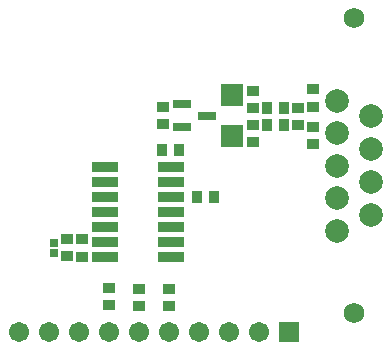
<source format=gts>
G04*
G04 #@! TF.GenerationSoftware,Altium Limited,Altium Designer,20.0.13 (296)*
G04*
G04 Layer_Color=8388736*
%FSLAX25Y25*%
%MOIN*%
G70*
G01*
G75*
%ADD24R,0.03753X0.03950*%
%ADD25R,0.03950X0.03753*%
%ADD26R,0.05918X0.03162*%
%ADD27R,0.07800X0.07200*%
%ADD28R,0.08800X0.03400*%
%ADD29R,0.02572X0.02572*%
%ADD30C,0.07887*%
%ADD31C,0.06800*%
%ADD32C,0.06706*%
%ADD33R,0.06706X0.06706*%
D24*
X553646Y222000D02*
D03*
X559354D02*
D03*
X547854Y237500D02*
D03*
X542146D02*
D03*
X582854Y251500D02*
D03*
X577146D02*
D03*
X582854Y246000D02*
D03*
X577146D02*
D03*
D25*
X544500Y185646D02*
D03*
Y191354D02*
D03*
X534500D02*
D03*
Y185646D02*
D03*
X524500Y185791D02*
D03*
Y191500D02*
D03*
X592500Y252000D02*
D03*
Y257709D02*
D03*
X572500Y251500D02*
D03*
Y257209D02*
D03*
X587500Y251500D02*
D03*
Y245791D02*
D03*
X542500Y251854D02*
D03*
Y246146D02*
D03*
X592500Y245354D02*
D03*
Y239646D02*
D03*
X572500Y246000D02*
D03*
Y240291D02*
D03*
X515500Y202000D02*
D03*
Y207709D02*
D03*
X510500Y202146D02*
D03*
Y207854D02*
D03*
D26*
X557134Y249000D02*
D03*
X548866Y245260D02*
D03*
Y252740D02*
D03*
D27*
X565500Y255700D02*
D03*
Y242300D02*
D03*
D28*
X545000Y202000D02*
D03*
Y207000D02*
D03*
Y212000D02*
D03*
X523000Y202000D02*
D03*
Y207000D02*
D03*
Y212000D02*
D03*
X545000Y217000D02*
D03*
Y222000D02*
D03*
Y227000D02*
D03*
X523000Y222000D02*
D03*
Y227000D02*
D03*
Y232000D02*
D03*
X545000D02*
D03*
X523000Y217000D02*
D03*
D29*
X506000Y203350D02*
D03*
Y206500D02*
D03*
D30*
X611600Y248700D02*
D03*
Y237800D02*
D03*
Y216000D02*
D03*
Y226900D02*
D03*
X600400Y210500D02*
D03*
Y221400D02*
D03*
Y254000D02*
D03*
Y243200D02*
D03*
Y232300D02*
D03*
D31*
X606000Y281500D02*
D03*
Y183100D02*
D03*
D32*
X564500Y177000D02*
D03*
X494500D02*
D03*
X504500D02*
D03*
X514500D02*
D03*
X524500D02*
D03*
X534500D02*
D03*
X544500D02*
D03*
X554500D02*
D03*
X574500D02*
D03*
D33*
X584500D02*
D03*
M02*

</source>
